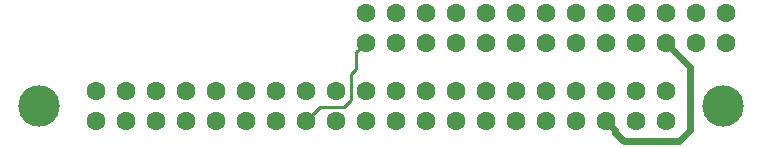
<source format=gbr>
G04 #@! TF.GenerationSoftware,KiCad,Pcbnew,5.0.0+dfsg1-2*
G04 #@! TF.CreationDate,2018-09-04T12:21:54+01:00*
G04 #@! TF.ProjectId,zero_boot_screen,7A65726F5F626F6F745F73637265656E,rev?*
G04 #@! TF.SameCoordinates,Original*
G04 #@! TF.FileFunction,Copper,L2,Bot,Signal*
G04 #@! TF.FilePolarity,Positive*
%FSLAX46Y46*%
G04 Gerber Fmt 4.6, Leading zero omitted, Abs format (unit mm)*
G04 Created by KiCad (PCBNEW 5.0.0+dfsg1-2) date Tue Sep  4 12:21:54 2018*
%MOMM*%
%LPD*%
G01*
G04 APERTURE LIST*
G04 #@! TA.AperFunction,ComponentPad*
%ADD10C,1.600000*%
G04 #@! TD*
G04 #@! TA.AperFunction,ComponentPad*
%ADD11C,3.500000*%
G04 #@! TD*
G04 #@! TA.AperFunction,Conductor*
%ADD12C,0.580000*%
G04 #@! TD*
G04 #@! TA.AperFunction,Conductor*
%ADD13C,0.250000*%
G04 #@! TD*
G04 APERTURE END LIST*
D10*
G04 #@! TO.P,U2,19*
G04 #@! TO.N,Net-(U1-Pad19)*
X149860000Y-103632000D03*
G04 #@! TO.P,U2,20*
G04 #@! TO.N,Net-(U2-Pad20)*
X149860000Y-106172000D03*
G04 #@! TO.P,U2,17*
G04 #@! TO.N,Net-(U2-Pad17)*
X152400000Y-103632000D03*
G04 #@! TO.P,U2,15*
G04 #@! TO.N,Net-(U2-Pad15)*
X154940000Y-103632000D03*
G04 #@! TO.P,U2,13*
G04 #@! TO.N,Net-(U2-Pad13)*
X157480000Y-103632000D03*
G04 #@! TO.P,U2,11*
G04 #@! TO.N,Net-(U1-Pad11)*
X160020000Y-103632000D03*
G04 #@! TO.P,U2,9*
G04 #@! TO.N,Net-(U2-Pad9)*
X162560000Y-103632000D03*
G04 #@! TO.P,U2,7*
G04 #@! TO.N,Net-(U2-Pad7)*
X165100000Y-103632000D03*
G04 #@! TO.P,U2,5*
G04 #@! TO.N,Net-(U2-Pad5)*
X167640000Y-103632000D03*
G04 #@! TO.P,U2,3*
G04 #@! TO.N,Net-(U2-Pad3)*
X170180000Y-103632000D03*
G04 #@! TO.P,U2,1*
G04 #@! TO.N,Net-(U2-Pad1)*
X172720000Y-103632000D03*
G04 #@! TO.P,U2,18*
G04 #@! TO.N,Net-(U1-Pad18)*
X152400000Y-106172000D03*
G04 #@! TO.P,U2,16*
G04 #@! TO.N,Net-(U2-Pad16)*
X154940000Y-106172000D03*
G04 #@! TO.P,U2,14*
G04 #@! TO.N,Net-(U2-Pad14)*
X157480000Y-106172000D03*
G04 #@! TO.P,U2,12*
G04 #@! TO.N,Net-(U2-Pad12)*
X160020000Y-106172000D03*
G04 #@! TO.P,U2,10*
G04 #@! TO.N,Net-(U2-Pad10)*
X162560000Y-106172000D03*
G04 #@! TO.P,U2,8*
G04 #@! TO.N,Net-(U2-Pad8)*
X165100000Y-106172000D03*
G04 #@! TO.P,U2,6*
G04 #@! TO.N,Net-(U1-Pad6)*
X167640000Y-106172000D03*
G04 #@! TO.P,U2,4*
G04 #@! TO.N,Net-(U1-Pad2)*
X170180000Y-106172000D03*
G04 #@! TO.P,U2,2*
X172720000Y-106172000D03*
G04 #@! TO.P,U2,21*
G04 #@! TO.N,Net-(U1-Pad21)*
X147320000Y-103632000D03*
G04 #@! TO.P,U2,22*
G04 #@! TO.N,Net-(U1-Pad22)*
X147320000Y-106172000D03*
G04 #@! TO.P,U2,23*
G04 #@! TO.N,Net-(U1-Pad23)*
X144780000Y-103632000D03*
G04 #@! TO.P,U2,24*
G04 #@! TO.N,Net-(U1-Pad24)*
X144780000Y-106172000D03*
G04 #@! TO.P,U2,25*
G04 #@! TO.N,Net-(U2-Pad25)*
X142240000Y-103632000D03*
G04 #@! TO.P,U2,26*
G04 #@! TO.N,Net-(U1-Pad26)*
X142240000Y-106172000D03*
G04 #@! TO.P,U2,27*
G04 #@! TO.N,Net-(U2-Pad27)*
X139700000Y-103632000D03*
G04 #@! TO.P,U2,28*
G04 #@! TO.N,Net-(U2-Pad28)*
X139700000Y-106172000D03*
G04 #@! TO.P,U2,29*
G04 #@! TO.N,Net-(U2-Pad29)*
X137160000Y-103632000D03*
G04 #@! TO.P,U2,30*
G04 #@! TO.N,Net-(U2-Pad30)*
X137160000Y-106172000D03*
G04 #@! TO.P,U2,31*
G04 #@! TO.N,Net-(U2-Pad31)*
X134620000Y-103632000D03*
G04 #@! TO.P,U2,32*
G04 #@! TO.N,Net-(U2-Pad32)*
X134620000Y-106172000D03*
G04 #@! TO.P,U2,33*
G04 #@! TO.N,Net-(U2-Pad33)*
X132080000Y-103632000D03*
G04 #@! TO.P,U2,34*
G04 #@! TO.N,Net-(U2-Pad34)*
X132080000Y-106172000D03*
G04 #@! TO.P,U2,35*
G04 #@! TO.N,Net-(U2-Pad35)*
X129540000Y-103632000D03*
G04 #@! TO.P,U2,36*
G04 #@! TO.N,Net-(U2-Pad36)*
X129540000Y-106172000D03*
G04 #@! TO.P,U2,37*
G04 #@! TO.N,Net-(U2-Pad37)*
X127000000Y-103632000D03*
G04 #@! TO.P,U2,38*
G04 #@! TO.N,Net-(U2-Pad38)*
X127000000Y-106172000D03*
G04 #@! TO.P,U2,39*
G04 #@! TO.N,Net-(U2-Pad39)*
X124460000Y-103632000D03*
G04 #@! TO.P,U2,40*
G04 #@! TO.N,Net-(U2-Pad40)*
X124460000Y-106172000D03*
G04 #@! TD*
G04 #@! TO.P,U1,19*
G04 #@! TO.N,Net-(U1-Pad19)*
X154940000Y-97028000D03*
G04 #@! TO.P,U1,20*
G04 #@! TO.N,Net-(U1-Pad20)*
X154940000Y-99568000D03*
G04 #@! TO.P,U1,17*
G04 #@! TO.N,Net-(U1-Pad17)*
X157480000Y-97028000D03*
G04 #@! TO.P,U1,15*
G04 #@! TO.N,Net-(U1-Pad15)*
X160020000Y-97028000D03*
G04 #@! TO.P,U1,13*
G04 #@! TO.N,Net-(U1-Pad13)*
X162560000Y-97028000D03*
G04 #@! TO.P,U1,11*
G04 #@! TO.N,Net-(U1-Pad11)*
X165100000Y-97028000D03*
G04 #@! TO.P,U1,9*
G04 #@! TO.N,Net-(U1-Pad9)*
X167640000Y-97028000D03*
G04 #@! TO.P,U1,7*
G04 #@! TO.N,Net-(U1-Pad7)*
X170180000Y-97028000D03*
G04 #@! TO.P,U1,5*
G04 #@! TO.N,Net-(U1-Pad5)*
X172720000Y-97028000D03*
G04 #@! TO.P,U1,3*
G04 #@! TO.N,Net-(U1-Pad3)*
X175260000Y-97028000D03*
G04 #@! TO.P,U1,1*
G04 #@! TO.N,Net-(U1-Pad1)*
X177800000Y-97028000D03*
G04 #@! TO.P,U1,18*
G04 #@! TO.N,Net-(U1-Pad18)*
X157480000Y-99568000D03*
G04 #@! TO.P,U1,16*
G04 #@! TO.N,Net-(U1-Pad16)*
X160020000Y-99568000D03*
G04 #@! TO.P,U1,14*
G04 #@! TO.N,Net-(U1-Pad14)*
X162560000Y-99568000D03*
G04 #@! TO.P,U1,12*
G04 #@! TO.N,Net-(U1-Pad12)*
X165100000Y-99568000D03*
G04 #@! TO.P,U1,10*
G04 #@! TO.N,Net-(U1-Pad10)*
X167640000Y-99568000D03*
G04 #@! TO.P,U1,8*
G04 #@! TO.N,Net-(U1-Pad8)*
X170180000Y-99568000D03*
G04 #@! TO.P,U1,6*
G04 #@! TO.N,Net-(U1-Pad6)*
X172720000Y-99568000D03*
G04 #@! TO.P,U1,4*
G04 #@! TO.N,Net-(U1-Pad2)*
X175260000Y-99568000D03*
G04 #@! TO.P,U1,2*
X177800000Y-99568000D03*
G04 #@! TO.P,U1,21*
G04 #@! TO.N,Net-(U1-Pad21)*
X152400000Y-97028000D03*
G04 #@! TO.P,U1,22*
G04 #@! TO.N,Net-(U1-Pad22)*
X152400000Y-99568000D03*
G04 #@! TO.P,U1,23*
G04 #@! TO.N,Net-(U1-Pad23)*
X149860000Y-97028000D03*
G04 #@! TO.P,U1,24*
G04 #@! TO.N,Net-(U1-Pad24)*
X149860000Y-99568000D03*
G04 #@! TO.P,U1,25*
G04 #@! TO.N,Net-(U1-Pad25)*
X147320000Y-97028000D03*
G04 #@! TO.P,U1,26*
G04 #@! TO.N,Net-(U1-Pad26)*
X147320000Y-99568000D03*
G04 #@! TD*
D11*
G04 #@! TO.P,U3,1*
G04 #@! TO.N,Net-(U3-Pad1)*
X177546000Y-104902000D03*
G04 #@! TD*
G04 #@! TO.P,U4,1*
G04 #@! TO.N,Net-(U4-Pad1)*
X119634000Y-104902000D03*
G04 #@! TD*
D12*
G04 #@! TO.N,Net-(U1-Pad6)*
X168439999Y-106971999D02*
X168439999Y-107175199D01*
X167640000Y-106172000D02*
X168439999Y-106971999D01*
X168439999Y-107175199D02*
X169138600Y-107873800D01*
X169138600Y-107873800D02*
X173812200Y-107873800D01*
X173812200Y-107873800D02*
X174752000Y-106934000D01*
X174752000Y-101600000D02*
X172720000Y-99568000D01*
X174752000Y-106934000D02*
X174752000Y-101600000D01*
D13*
G04 #@! TO.N,Net-(U1-Pad26)*
X146520001Y-100367999D02*
X146520001Y-101764999D01*
X147320000Y-99568000D02*
X146520001Y-100367999D01*
X146520001Y-101764999D02*
X146050000Y-102235000D01*
X146050000Y-102235000D02*
X146050000Y-104394000D01*
X146050000Y-104394000D02*
X145491200Y-104952800D01*
X143459200Y-104952800D02*
X142240000Y-106172000D01*
X145491200Y-104952800D02*
X143459200Y-104952800D01*
G04 #@! TD*
M02*

</source>
